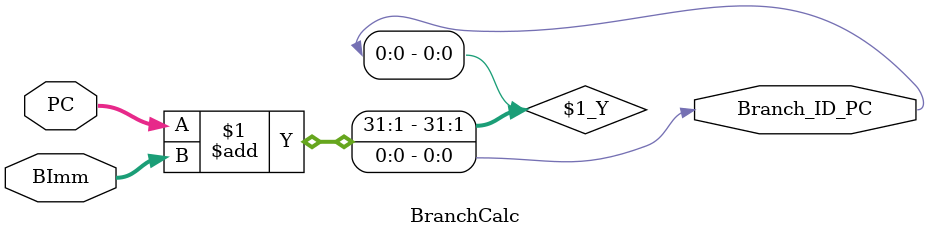
<source format=v>
`timescale 1ns / 1ps
module BranchCalc(
	input [31:0] PC,
	input [31:0] BImm,
	output Branch_ID_PC
    );
	 
	 assign Branch_ID_PC = PC + BImm;


endmodule

</source>
